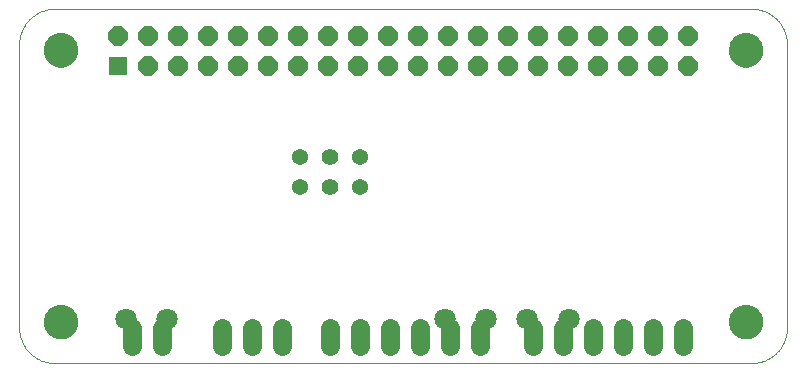
<source format=gbs>
G75*
%MOIN*%
%OFA0B0*%
%FSLAX25Y25*%
%IPPOS*%
%LPD*%
%AMOC8*
5,1,8,0,0,1.08239X$1,22.5*
%
%ADD10C,0.00000*%
%ADD11C,0.11424*%
%ADD12R,0.06400X0.06400*%
%ADD13OC8,0.06400*%
%ADD14C,0.07093*%
%ADD15C,0.06400*%
%ADD16C,0.05400*%
%ADD17C,0.05550*%
D10*
X0016811Y0006117D02*
X0249094Y0006117D01*
X0249379Y0006120D01*
X0249665Y0006131D01*
X0249950Y0006148D01*
X0250234Y0006172D01*
X0250518Y0006203D01*
X0250801Y0006241D01*
X0251082Y0006286D01*
X0251363Y0006337D01*
X0251643Y0006395D01*
X0251921Y0006460D01*
X0252197Y0006532D01*
X0252471Y0006610D01*
X0252744Y0006695D01*
X0253014Y0006787D01*
X0253282Y0006885D01*
X0253548Y0006989D01*
X0253811Y0007100D01*
X0254071Y0007217D01*
X0254329Y0007340D01*
X0254583Y0007470D01*
X0254834Y0007606D01*
X0255082Y0007747D01*
X0255326Y0007895D01*
X0255567Y0008048D01*
X0255803Y0008208D01*
X0256036Y0008373D01*
X0256265Y0008543D01*
X0256490Y0008719D01*
X0256710Y0008901D01*
X0256926Y0009087D01*
X0257137Y0009279D01*
X0257344Y0009476D01*
X0257546Y0009678D01*
X0257743Y0009885D01*
X0257935Y0010096D01*
X0258121Y0010312D01*
X0258303Y0010532D01*
X0258479Y0010757D01*
X0258649Y0010986D01*
X0258814Y0011219D01*
X0258974Y0011455D01*
X0259127Y0011696D01*
X0259275Y0011940D01*
X0259416Y0012188D01*
X0259552Y0012439D01*
X0259682Y0012693D01*
X0259805Y0012951D01*
X0259922Y0013211D01*
X0260033Y0013474D01*
X0260137Y0013740D01*
X0260235Y0014008D01*
X0260327Y0014278D01*
X0260412Y0014551D01*
X0260490Y0014825D01*
X0260562Y0015101D01*
X0260627Y0015379D01*
X0260685Y0015659D01*
X0260736Y0015940D01*
X0260781Y0016221D01*
X0260819Y0016504D01*
X0260850Y0016788D01*
X0260874Y0017072D01*
X0260891Y0017357D01*
X0260902Y0017643D01*
X0260905Y0017928D01*
X0260906Y0017928D02*
X0260906Y0112416D01*
X0260905Y0112416D02*
X0260902Y0112701D01*
X0260891Y0112987D01*
X0260874Y0113272D01*
X0260850Y0113556D01*
X0260819Y0113840D01*
X0260781Y0114123D01*
X0260736Y0114404D01*
X0260685Y0114685D01*
X0260627Y0114965D01*
X0260562Y0115243D01*
X0260490Y0115519D01*
X0260412Y0115793D01*
X0260327Y0116066D01*
X0260235Y0116336D01*
X0260137Y0116604D01*
X0260033Y0116870D01*
X0259922Y0117133D01*
X0259805Y0117393D01*
X0259682Y0117651D01*
X0259552Y0117905D01*
X0259416Y0118156D01*
X0259275Y0118404D01*
X0259127Y0118648D01*
X0258974Y0118889D01*
X0258814Y0119125D01*
X0258649Y0119358D01*
X0258479Y0119587D01*
X0258303Y0119812D01*
X0258121Y0120032D01*
X0257935Y0120248D01*
X0257743Y0120459D01*
X0257546Y0120666D01*
X0257344Y0120868D01*
X0257137Y0121065D01*
X0256926Y0121257D01*
X0256710Y0121443D01*
X0256490Y0121625D01*
X0256265Y0121801D01*
X0256036Y0121971D01*
X0255803Y0122136D01*
X0255567Y0122296D01*
X0255326Y0122449D01*
X0255082Y0122597D01*
X0254834Y0122738D01*
X0254583Y0122874D01*
X0254329Y0123004D01*
X0254071Y0123127D01*
X0253811Y0123244D01*
X0253548Y0123355D01*
X0253282Y0123459D01*
X0253014Y0123557D01*
X0252744Y0123649D01*
X0252471Y0123734D01*
X0252197Y0123812D01*
X0251921Y0123884D01*
X0251643Y0123949D01*
X0251363Y0124007D01*
X0251082Y0124058D01*
X0250801Y0124103D01*
X0250518Y0124141D01*
X0250234Y0124172D01*
X0249950Y0124196D01*
X0249665Y0124213D01*
X0249379Y0124224D01*
X0249094Y0124227D01*
X0016811Y0124227D01*
X0016526Y0124224D01*
X0016240Y0124213D01*
X0015955Y0124196D01*
X0015671Y0124172D01*
X0015387Y0124141D01*
X0015104Y0124103D01*
X0014823Y0124058D01*
X0014542Y0124007D01*
X0014262Y0123949D01*
X0013984Y0123884D01*
X0013708Y0123812D01*
X0013434Y0123734D01*
X0013161Y0123649D01*
X0012891Y0123557D01*
X0012623Y0123459D01*
X0012357Y0123355D01*
X0012094Y0123244D01*
X0011834Y0123127D01*
X0011576Y0123004D01*
X0011322Y0122874D01*
X0011071Y0122738D01*
X0010823Y0122597D01*
X0010579Y0122449D01*
X0010338Y0122296D01*
X0010102Y0122136D01*
X0009869Y0121971D01*
X0009640Y0121801D01*
X0009415Y0121625D01*
X0009195Y0121443D01*
X0008979Y0121257D01*
X0008768Y0121065D01*
X0008561Y0120868D01*
X0008359Y0120666D01*
X0008162Y0120459D01*
X0007970Y0120248D01*
X0007784Y0120032D01*
X0007602Y0119812D01*
X0007426Y0119587D01*
X0007256Y0119358D01*
X0007091Y0119125D01*
X0006931Y0118889D01*
X0006778Y0118648D01*
X0006630Y0118404D01*
X0006489Y0118156D01*
X0006353Y0117905D01*
X0006223Y0117651D01*
X0006100Y0117393D01*
X0005983Y0117133D01*
X0005872Y0116870D01*
X0005768Y0116604D01*
X0005670Y0116336D01*
X0005578Y0116066D01*
X0005493Y0115793D01*
X0005415Y0115519D01*
X0005343Y0115243D01*
X0005278Y0114965D01*
X0005220Y0114685D01*
X0005169Y0114404D01*
X0005124Y0114123D01*
X0005086Y0113840D01*
X0005055Y0113556D01*
X0005031Y0113272D01*
X0005014Y0112987D01*
X0005003Y0112701D01*
X0005000Y0112416D01*
X0005000Y0017928D01*
X0005003Y0017643D01*
X0005014Y0017357D01*
X0005031Y0017072D01*
X0005055Y0016788D01*
X0005086Y0016504D01*
X0005124Y0016221D01*
X0005169Y0015940D01*
X0005220Y0015659D01*
X0005278Y0015379D01*
X0005343Y0015101D01*
X0005415Y0014825D01*
X0005493Y0014551D01*
X0005578Y0014278D01*
X0005670Y0014008D01*
X0005768Y0013740D01*
X0005872Y0013474D01*
X0005983Y0013211D01*
X0006100Y0012951D01*
X0006223Y0012693D01*
X0006353Y0012439D01*
X0006489Y0012188D01*
X0006630Y0011940D01*
X0006778Y0011696D01*
X0006931Y0011455D01*
X0007091Y0011219D01*
X0007256Y0010986D01*
X0007426Y0010757D01*
X0007602Y0010532D01*
X0007784Y0010312D01*
X0007970Y0010096D01*
X0008162Y0009885D01*
X0008359Y0009678D01*
X0008561Y0009476D01*
X0008768Y0009279D01*
X0008979Y0009087D01*
X0009195Y0008901D01*
X0009415Y0008719D01*
X0009640Y0008543D01*
X0009869Y0008373D01*
X0010102Y0008208D01*
X0010338Y0008048D01*
X0010579Y0007895D01*
X0010823Y0007747D01*
X0011071Y0007606D01*
X0011322Y0007470D01*
X0011576Y0007340D01*
X0011834Y0007217D01*
X0012094Y0007100D01*
X0012357Y0006989D01*
X0012623Y0006885D01*
X0012891Y0006787D01*
X0013161Y0006695D01*
X0013434Y0006610D01*
X0013708Y0006532D01*
X0013984Y0006460D01*
X0014262Y0006395D01*
X0014542Y0006337D01*
X0014823Y0006286D01*
X0015104Y0006241D01*
X0015387Y0006203D01*
X0015671Y0006172D01*
X0015955Y0006148D01*
X0016240Y0006131D01*
X0016526Y0006120D01*
X0016811Y0006117D01*
X0013268Y0019896D02*
X0013270Y0020044D01*
X0013276Y0020192D01*
X0013286Y0020340D01*
X0013300Y0020487D01*
X0013318Y0020634D01*
X0013339Y0020780D01*
X0013365Y0020926D01*
X0013395Y0021071D01*
X0013428Y0021215D01*
X0013466Y0021358D01*
X0013507Y0021500D01*
X0013552Y0021641D01*
X0013600Y0021781D01*
X0013653Y0021920D01*
X0013709Y0022057D01*
X0013769Y0022192D01*
X0013832Y0022326D01*
X0013899Y0022458D01*
X0013970Y0022588D01*
X0014044Y0022716D01*
X0014121Y0022842D01*
X0014202Y0022966D01*
X0014286Y0023088D01*
X0014373Y0023207D01*
X0014464Y0023324D01*
X0014558Y0023439D01*
X0014654Y0023551D01*
X0014754Y0023661D01*
X0014856Y0023767D01*
X0014962Y0023871D01*
X0015070Y0023972D01*
X0015181Y0024070D01*
X0015294Y0024166D01*
X0015410Y0024258D01*
X0015528Y0024347D01*
X0015649Y0024432D01*
X0015772Y0024515D01*
X0015897Y0024594D01*
X0016024Y0024670D01*
X0016153Y0024742D01*
X0016284Y0024811D01*
X0016417Y0024876D01*
X0016552Y0024937D01*
X0016688Y0024995D01*
X0016825Y0025050D01*
X0016964Y0025100D01*
X0017105Y0025147D01*
X0017246Y0025190D01*
X0017389Y0025230D01*
X0017533Y0025265D01*
X0017677Y0025297D01*
X0017823Y0025324D01*
X0017969Y0025348D01*
X0018116Y0025368D01*
X0018263Y0025384D01*
X0018410Y0025396D01*
X0018558Y0025404D01*
X0018706Y0025408D01*
X0018854Y0025408D01*
X0019002Y0025404D01*
X0019150Y0025396D01*
X0019297Y0025384D01*
X0019444Y0025368D01*
X0019591Y0025348D01*
X0019737Y0025324D01*
X0019883Y0025297D01*
X0020027Y0025265D01*
X0020171Y0025230D01*
X0020314Y0025190D01*
X0020455Y0025147D01*
X0020596Y0025100D01*
X0020735Y0025050D01*
X0020872Y0024995D01*
X0021008Y0024937D01*
X0021143Y0024876D01*
X0021276Y0024811D01*
X0021407Y0024742D01*
X0021536Y0024670D01*
X0021663Y0024594D01*
X0021788Y0024515D01*
X0021911Y0024432D01*
X0022032Y0024347D01*
X0022150Y0024258D01*
X0022266Y0024166D01*
X0022379Y0024070D01*
X0022490Y0023972D01*
X0022598Y0023871D01*
X0022704Y0023767D01*
X0022806Y0023661D01*
X0022906Y0023551D01*
X0023002Y0023439D01*
X0023096Y0023324D01*
X0023187Y0023207D01*
X0023274Y0023088D01*
X0023358Y0022966D01*
X0023439Y0022842D01*
X0023516Y0022716D01*
X0023590Y0022588D01*
X0023661Y0022458D01*
X0023728Y0022326D01*
X0023791Y0022192D01*
X0023851Y0022057D01*
X0023907Y0021920D01*
X0023960Y0021781D01*
X0024008Y0021641D01*
X0024053Y0021500D01*
X0024094Y0021358D01*
X0024132Y0021215D01*
X0024165Y0021071D01*
X0024195Y0020926D01*
X0024221Y0020780D01*
X0024242Y0020634D01*
X0024260Y0020487D01*
X0024274Y0020340D01*
X0024284Y0020192D01*
X0024290Y0020044D01*
X0024292Y0019896D01*
X0024290Y0019748D01*
X0024284Y0019600D01*
X0024274Y0019452D01*
X0024260Y0019305D01*
X0024242Y0019158D01*
X0024221Y0019012D01*
X0024195Y0018866D01*
X0024165Y0018721D01*
X0024132Y0018577D01*
X0024094Y0018434D01*
X0024053Y0018292D01*
X0024008Y0018151D01*
X0023960Y0018011D01*
X0023907Y0017872D01*
X0023851Y0017735D01*
X0023791Y0017600D01*
X0023728Y0017466D01*
X0023661Y0017334D01*
X0023590Y0017204D01*
X0023516Y0017076D01*
X0023439Y0016950D01*
X0023358Y0016826D01*
X0023274Y0016704D01*
X0023187Y0016585D01*
X0023096Y0016468D01*
X0023002Y0016353D01*
X0022906Y0016241D01*
X0022806Y0016131D01*
X0022704Y0016025D01*
X0022598Y0015921D01*
X0022490Y0015820D01*
X0022379Y0015722D01*
X0022266Y0015626D01*
X0022150Y0015534D01*
X0022032Y0015445D01*
X0021911Y0015360D01*
X0021788Y0015277D01*
X0021663Y0015198D01*
X0021536Y0015122D01*
X0021407Y0015050D01*
X0021276Y0014981D01*
X0021143Y0014916D01*
X0021008Y0014855D01*
X0020872Y0014797D01*
X0020735Y0014742D01*
X0020596Y0014692D01*
X0020455Y0014645D01*
X0020314Y0014602D01*
X0020171Y0014562D01*
X0020027Y0014527D01*
X0019883Y0014495D01*
X0019737Y0014468D01*
X0019591Y0014444D01*
X0019444Y0014424D01*
X0019297Y0014408D01*
X0019150Y0014396D01*
X0019002Y0014388D01*
X0018854Y0014384D01*
X0018706Y0014384D01*
X0018558Y0014388D01*
X0018410Y0014396D01*
X0018263Y0014408D01*
X0018116Y0014424D01*
X0017969Y0014444D01*
X0017823Y0014468D01*
X0017677Y0014495D01*
X0017533Y0014527D01*
X0017389Y0014562D01*
X0017246Y0014602D01*
X0017105Y0014645D01*
X0016964Y0014692D01*
X0016825Y0014742D01*
X0016688Y0014797D01*
X0016552Y0014855D01*
X0016417Y0014916D01*
X0016284Y0014981D01*
X0016153Y0015050D01*
X0016024Y0015122D01*
X0015897Y0015198D01*
X0015772Y0015277D01*
X0015649Y0015360D01*
X0015528Y0015445D01*
X0015410Y0015534D01*
X0015294Y0015626D01*
X0015181Y0015722D01*
X0015070Y0015820D01*
X0014962Y0015921D01*
X0014856Y0016025D01*
X0014754Y0016131D01*
X0014654Y0016241D01*
X0014558Y0016353D01*
X0014464Y0016468D01*
X0014373Y0016585D01*
X0014286Y0016704D01*
X0014202Y0016826D01*
X0014121Y0016950D01*
X0014044Y0017076D01*
X0013970Y0017204D01*
X0013899Y0017334D01*
X0013832Y0017466D01*
X0013769Y0017600D01*
X0013709Y0017735D01*
X0013653Y0017872D01*
X0013600Y0018011D01*
X0013552Y0018151D01*
X0013507Y0018292D01*
X0013466Y0018434D01*
X0013428Y0018577D01*
X0013395Y0018721D01*
X0013365Y0018866D01*
X0013339Y0019012D01*
X0013318Y0019158D01*
X0013300Y0019305D01*
X0013286Y0019452D01*
X0013276Y0019600D01*
X0013270Y0019748D01*
X0013268Y0019896D01*
X0013268Y0110447D02*
X0013270Y0110595D01*
X0013276Y0110743D01*
X0013286Y0110891D01*
X0013300Y0111038D01*
X0013318Y0111185D01*
X0013339Y0111331D01*
X0013365Y0111477D01*
X0013395Y0111622D01*
X0013428Y0111766D01*
X0013466Y0111909D01*
X0013507Y0112051D01*
X0013552Y0112192D01*
X0013600Y0112332D01*
X0013653Y0112471D01*
X0013709Y0112608D01*
X0013769Y0112743D01*
X0013832Y0112877D01*
X0013899Y0113009D01*
X0013970Y0113139D01*
X0014044Y0113267D01*
X0014121Y0113393D01*
X0014202Y0113517D01*
X0014286Y0113639D01*
X0014373Y0113758D01*
X0014464Y0113875D01*
X0014558Y0113990D01*
X0014654Y0114102D01*
X0014754Y0114212D01*
X0014856Y0114318D01*
X0014962Y0114422D01*
X0015070Y0114523D01*
X0015181Y0114621D01*
X0015294Y0114717D01*
X0015410Y0114809D01*
X0015528Y0114898D01*
X0015649Y0114983D01*
X0015772Y0115066D01*
X0015897Y0115145D01*
X0016024Y0115221D01*
X0016153Y0115293D01*
X0016284Y0115362D01*
X0016417Y0115427D01*
X0016552Y0115488D01*
X0016688Y0115546D01*
X0016825Y0115601D01*
X0016964Y0115651D01*
X0017105Y0115698D01*
X0017246Y0115741D01*
X0017389Y0115781D01*
X0017533Y0115816D01*
X0017677Y0115848D01*
X0017823Y0115875D01*
X0017969Y0115899D01*
X0018116Y0115919D01*
X0018263Y0115935D01*
X0018410Y0115947D01*
X0018558Y0115955D01*
X0018706Y0115959D01*
X0018854Y0115959D01*
X0019002Y0115955D01*
X0019150Y0115947D01*
X0019297Y0115935D01*
X0019444Y0115919D01*
X0019591Y0115899D01*
X0019737Y0115875D01*
X0019883Y0115848D01*
X0020027Y0115816D01*
X0020171Y0115781D01*
X0020314Y0115741D01*
X0020455Y0115698D01*
X0020596Y0115651D01*
X0020735Y0115601D01*
X0020872Y0115546D01*
X0021008Y0115488D01*
X0021143Y0115427D01*
X0021276Y0115362D01*
X0021407Y0115293D01*
X0021536Y0115221D01*
X0021663Y0115145D01*
X0021788Y0115066D01*
X0021911Y0114983D01*
X0022032Y0114898D01*
X0022150Y0114809D01*
X0022266Y0114717D01*
X0022379Y0114621D01*
X0022490Y0114523D01*
X0022598Y0114422D01*
X0022704Y0114318D01*
X0022806Y0114212D01*
X0022906Y0114102D01*
X0023002Y0113990D01*
X0023096Y0113875D01*
X0023187Y0113758D01*
X0023274Y0113639D01*
X0023358Y0113517D01*
X0023439Y0113393D01*
X0023516Y0113267D01*
X0023590Y0113139D01*
X0023661Y0113009D01*
X0023728Y0112877D01*
X0023791Y0112743D01*
X0023851Y0112608D01*
X0023907Y0112471D01*
X0023960Y0112332D01*
X0024008Y0112192D01*
X0024053Y0112051D01*
X0024094Y0111909D01*
X0024132Y0111766D01*
X0024165Y0111622D01*
X0024195Y0111477D01*
X0024221Y0111331D01*
X0024242Y0111185D01*
X0024260Y0111038D01*
X0024274Y0110891D01*
X0024284Y0110743D01*
X0024290Y0110595D01*
X0024292Y0110447D01*
X0024290Y0110299D01*
X0024284Y0110151D01*
X0024274Y0110003D01*
X0024260Y0109856D01*
X0024242Y0109709D01*
X0024221Y0109563D01*
X0024195Y0109417D01*
X0024165Y0109272D01*
X0024132Y0109128D01*
X0024094Y0108985D01*
X0024053Y0108843D01*
X0024008Y0108702D01*
X0023960Y0108562D01*
X0023907Y0108423D01*
X0023851Y0108286D01*
X0023791Y0108151D01*
X0023728Y0108017D01*
X0023661Y0107885D01*
X0023590Y0107755D01*
X0023516Y0107627D01*
X0023439Y0107501D01*
X0023358Y0107377D01*
X0023274Y0107255D01*
X0023187Y0107136D01*
X0023096Y0107019D01*
X0023002Y0106904D01*
X0022906Y0106792D01*
X0022806Y0106682D01*
X0022704Y0106576D01*
X0022598Y0106472D01*
X0022490Y0106371D01*
X0022379Y0106273D01*
X0022266Y0106177D01*
X0022150Y0106085D01*
X0022032Y0105996D01*
X0021911Y0105911D01*
X0021788Y0105828D01*
X0021663Y0105749D01*
X0021536Y0105673D01*
X0021407Y0105601D01*
X0021276Y0105532D01*
X0021143Y0105467D01*
X0021008Y0105406D01*
X0020872Y0105348D01*
X0020735Y0105293D01*
X0020596Y0105243D01*
X0020455Y0105196D01*
X0020314Y0105153D01*
X0020171Y0105113D01*
X0020027Y0105078D01*
X0019883Y0105046D01*
X0019737Y0105019D01*
X0019591Y0104995D01*
X0019444Y0104975D01*
X0019297Y0104959D01*
X0019150Y0104947D01*
X0019002Y0104939D01*
X0018854Y0104935D01*
X0018706Y0104935D01*
X0018558Y0104939D01*
X0018410Y0104947D01*
X0018263Y0104959D01*
X0018116Y0104975D01*
X0017969Y0104995D01*
X0017823Y0105019D01*
X0017677Y0105046D01*
X0017533Y0105078D01*
X0017389Y0105113D01*
X0017246Y0105153D01*
X0017105Y0105196D01*
X0016964Y0105243D01*
X0016825Y0105293D01*
X0016688Y0105348D01*
X0016552Y0105406D01*
X0016417Y0105467D01*
X0016284Y0105532D01*
X0016153Y0105601D01*
X0016024Y0105673D01*
X0015897Y0105749D01*
X0015772Y0105828D01*
X0015649Y0105911D01*
X0015528Y0105996D01*
X0015410Y0106085D01*
X0015294Y0106177D01*
X0015181Y0106273D01*
X0015070Y0106371D01*
X0014962Y0106472D01*
X0014856Y0106576D01*
X0014754Y0106682D01*
X0014654Y0106792D01*
X0014558Y0106904D01*
X0014464Y0107019D01*
X0014373Y0107136D01*
X0014286Y0107255D01*
X0014202Y0107377D01*
X0014121Y0107501D01*
X0014044Y0107627D01*
X0013970Y0107755D01*
X0013899Y0107885D01*
X0013832Y0108017D01*
X0013769Y0108151D01*
X0013709Y0108286D01*
X0013653Y0108423D01*
X0013600Y0108562D01*
X0013552Y0108702D01*
X0013507Y0108843D01*
X0013466Y0108985D01*
X0013428Y0109128D01*
X0013395Y0109272D01*
X0013365Y0109417D01*
X0013339Y0109563D01*
X0013318Y0109709D01*
X0013300Y0109856D01*
X0013286Y0110003D01*
X0013276Y0110151D01*
X0013270Y0110299D01*
X0013268Y0110447D01*
X0241614Y0110447D02*
X0241616Y0110595D01*
X0241622Y0110743D01*
X0241632Y0110891D01*
X0241646Y0111038D01*
X0241664Y0111185D01*
X0241685Y0111331D01*
X0241711Y0111477D01*
X0241741Y0111622D01*
X0241774Y0111766D01*
X0241812Y0111909D01*
X0241853Y0112051D01*
X0241898Y0112192D01*
X0241946Y0112332D01*
X0241999Y0112471D01*
X0242055Y0112608D01*
X0242115Y0112743D01*
X0242178Y0112877D01*
X0242245Y0113009D01*
X0242316Y0113139D01*
X0242390Y0113267D01*
X0242467Y0113393D01*
X0242548Y0113517D01*
X0242632Y0113639D01*
X0242719Y0113758D01*
X0242810Y0113875D01*
X0242904Y0113990D01*
X0243000Y0114102D01*
X0243100Y0114212D01*
X0243202Y0114318D01*
X0243308Y0114422D01*
X0243416Y0114523D01*
X0243527Y0114621D01*
X0243640Y0114717D01*
X0243756Y0114809D01*
X0243874Y0114898D01*
X0243995Y0114983D01*
X0244118Y0115066D01*
X0244243Y0115145D01*
X0244370Y0115221D01*
X0244499Y0115293D01*
X0244630Y0115362D01*
X0244763Y0115427D01*
X0244898Y0115488D01*
X0245034Y0115546D01*
X0245171Y0115601D01*
X0245310Y0115651D01*
X0245451Y0115698D01*
X0245592Y0115741D01*
X0245735Y0115781D01*
X0245879Y0115816D01*
X0246023Y0115848D01*
X0246169Y0115875D01*
X0246315Y0115899D01*
X0246462Y0115919D01*
X0246609Y0115935D01*
X0246756Y0115947D01*
X0246904Y0115955D01*
X0247052Y0115959D01*
X0247200Y0115959D01*
X0247348Y0115955D01*
X0247496Y0115947D01*
X0247643Y0115935D01*
X0247790Y0115919D01*
X0247937Y0115899D01*
X0248083Y0115875D01*
X0248229Y0115848D01*
X0248373Y0115816D01*
X0248517Y0115781D01*
X0248660Y0115741D01*
X0248801Y0115698D01*
X0248942Y0115651D01*
X0249081Y0115601D01*
X0249218Y0115546D01*
X0249354Y0115488D01*
X0249489Y0115427D01*
X0249622Y0115362D01*
X0249753Y0115293D01*
X0249882Y0115221D01*
X0250009Y0115145D01*
X0250134Y0115066D01*
X0250257Y0114983D01*
X0250378Y0114898D01*
X0250496Y0114809D01*
X0250612Y0114717D01*
X0250725Y0114621D01*
X0250836Y0114523D01*
X0250944Y0114422D01*
X0251050Y0114318D01*
X0251152Y0114212D01*
X0251252Y0114102D01*
X0251348Y0113990D01*
X0251442Y0113875D01*
X0251533Y0113758D01*
X0251620Y0113639D01*
X0251704Y0113517D01*
X0251785Y0113393D01*
X0251862Y0113267D01*
X0251936Y0113139D01*
X0252007Y0113009D01*
X0252074Y0112877D01*
X0252137Y0112743D01*
X0252197Y0112608D01*
X0252253Y0112471D01*
X0252306Y0112332D01*
X0252354Y0112192D01*
X0252399Y0112051D01*
X0252440Y0111909D01*
X0252478Y0111766D01*
X0252511Y0111622D01*
X0252541Y0111477D01*
X0252567Y0111331D01*
X0252588Y0111185D01*
X0252606Y0111038D01*
X0252620Y0110891D01*
X0252630Y0110743D01*
X0252636Y0110595D01*
X0252638Y0110447D01*
X0252636Y0110299D01*
X0252630Y0110151D01*
X0252620Y0110003D01*
X0252606Y0109856D01*
X0252588Y0109709D01*
X0252567Y0109563D01*
X0252541Y0109417D01*
X0252511Y0109272D01*
X0252478Y0109128D01*
X0252440Y0108985D01*
X0252399Y0108843D01*
X0252354Y0108702D01*
X0252306Y0108562D01*
X0252253Y0108423D01*
X0252197Y0108286D01*
X0252137Y0108151D01*
X0252074Y0108017D01*
X0252007Y0107885D01*
X0251936Y0107755D01*
X0251862Y0107627D01*
X0251785Y0107501D01*
X0251704Y0107377D01*
X0251620Y0107255D01*
X0251533Y0107136D01*
X0251442Y0107019D01*
X0251348Y0106904D01*
X0251252Y0106792D01*
X0251152Y0106682D01*
X0251050Y0106576D01*
X0250944Y0106472D01*
X0250836Y0106371D01*
X0250725Y0106273D01*
X0250612Y0106177D01*
X0250496Y0106085D01*
X0250378Y0105996D01*
X0250257Y0105911D01*
X0250134Y0105828D01*
X0250009Y0105749D01*
X0249882Y0105673D01*
X0249753Y0105601D01*
X0249622Y0105532D01*
X0249489Y0105467D01*
X0249354Y0105406D01*
X0249218Y0105348D01*
X0249081Y0105293D01*
X0248942Y0105243D01*
X0248801Y0105196D01*
X0248660Y0105153D01*
X0248517Y0105113D01*
X0248373Y0105078D01*
X0248229Y0105046D01*
X0248083Y0105019D01*
X0247937Y0104995D01*
X0247790Y0104975D01*
X0247643Y0104959D01*
X0247496Y0104947D01*
X0247348Y0104939D01*
X0247200Y0104935D01*
X0247052Y0104935D01*
X0246904Y0104939D01*
X0246756Y0104947D01*
X0246609Y0104959D01*
X0246462Y0104975D01*
X0246315Y0104995D01*
X0246169Y0105019D01*
X0246023Y0105046D01*
X0245879Y0105078D01*
X0245735Y0105113D01*
X0245592Y0105153D01*
X0245451Y0105196D01*
X0245310Y0105243D01*
X0245171Y0105293D01*
X0245034Y0105348D01*
X0244898Y0105406D01*
X0244763Y0105467D01*
X0244630Y0105532D01*
X0244499Y0105601D01*
X0244370Y0105673D01*
X0244243Y0105749D01*
X0244118Y0105828D01*
X0243995Y0105911D01*
X0243874Y0105996D01*
X0243756Y0106085D01*
X0243640Y0106177D01*
X0243527Y0106273D01*
X0243416Y0106371D01*
X0243308Y0106472D01*
X0243202Y0106576D01*
X0243100Y0106682D01*
X0243000Y0106792D01*
X0242904Y0106904D01*
X0242810Y0107019D01*
X0242719Y0107136D01*
X0242632Y0107255D01*
X0242548Y0107377D01*
X0242467Y0107501D01*
X0242390Y0107627D01*
X0242316Y0107755D01*
X0242245Y0107885D01*
X0242178Y0108017D01*
X0242115Y0108151D01*
X0242055Y0108286D01*
X0241999Y0108423D01*
X0241946Y0108562D01*
X0241898Y0108702D01*
X0241853Y0108843D01*
X0241812Y0108985D01*
X0241774Y0109128D01*
X0241741Y0109272D01*
X0241711Y0109417D01*
X0241685Y0109563D01*
X0241664Y0109709D01*
X0241646Y0109856D01*
X0241632Y0110003D01*
X0241622Y0110151D01*
X0241616Y0110299D01*
X0241614Y0110447D01*
X0241614Y0019896D02*
X0241616Y0020044D01*
X0241622Y0020192D01*
X0241632Y0020340D01*
X0241646Y0020487D01*
X0241664Y0020634D01*
X0241685Y0020780D01*
X0241711Y0020926D01*
X0241741Y0021071D01*
X0241774Y0021215D01*
X0241812Y0021358D01*
X0241853Y0021500D01*
X0241898Y0021641D01*
X0241946Y0021781D01*
X0241999Y0021920D01*
X0242055Y0022057D01*
X0242115Y0022192D01*
X0242178Y0022326D01*
X0242245Y0022458D01*
X0242316Y0022588D01*
X0242390Y0022716D01*
X0242467Y0022842D01*
X0242548Y0022966D01*
X0242632Y0023088D01*
X0242719Y0023207D01*
X0242810Y0023324D01*
X0242904Y0023439D01*
X0243000Y0023551D01*
X0243100Y0023661D01*
X0243202Y0023767D01*
X0243308Y0023871D01*
X0243416Y0023972D01*
X0243527Y0024070D01*
X0243640Y0024166D01*
X0243756Y0024258D01*
X0243874Y0024347D01*
X0243995Y0024432D01*
X0244118Y0024515D01*
X0244243Y0024594D01*
X0244370Y0024670D01*
X0244499Y0024742D01*
X0244630Y0024811D01*
X0244763Y0024876D01*
X0244898Y0024937D01*
X0245034Y0024995D01*
X0245171Y0025050D01*
X0245310Y0025100D01*
X0245451Y0025147D01*
X0245592Y0025190D01*
X0245735Y0025230D01*
X0245879Y0025265D01*
X0246023Y0025297D01*
X0246169Y0025324D01*
X0246315Y0025348D01*
X0246462Y0025368D01*
X0246609Y0025384D01*
X0246756Y0025396D01*
X0246904Y0025404D01*
X0247052Y0025408D01*
X0247200Y0025408D01*
X0247348Y0025404D01*
X0247496Y0025396D01*
X0247643Y0025384D01*
X0247790Y0025368D01*
X0247937Y0025348D01*
X0248083Y0025324D01*
X0248229Y0025297D01*
X0248373Y0025265D01*
X0248517Y0025230D01*
X0248660Y0025190D01*
X0248801Y0025147D01*
X0248942Y0025100D01*
X0249081Y0025050D01*
X0249218Y0024995D01*
X0249354Y0024937D01*
X0249489Y0024876D01*
X0249622Y0024811D01*
X0249753Y0024742D01*
X0249882Y0024670D01*
X0250009Y0024594D01*
X0250134Y0024515D01*
X0250257Y0024432D01*
X0250378Y0024347D01*
X0250496Y0024258D01*
X0250612Y0024166D01*
X0250725Y0024070D01*
X0250836Y0023972D01*
X0250944Y0023871D01*
X0251050Y0023767D01*
X0251152Y0023661D01*
X0251252Y0023551D01*
X0251348Y0023439D01*
X0251442Y0023324D01*
X0251533Y0023207D01*
X0251620Y0023088D01*
X0251704Y0022966D01*
X0251785Y0022842D01*
X0251862Y0022716D01*
X0251936Y0022588D01*
X0252007Y0022458D01*
X0252074Y0022326D01*
X0252137Y0022192D01*
X0252197Y0022057D01*
X0252253Y0021920D01*
X0252306Y0021781D01*
X0252354Y0021641D01*
X0252399Y0021500D01*
X0252440Y0021358D01*
X0252478Y0021215D01*
X0252511Y0021071D01*
X0252541Y0020926D01*
X0252567Y0020780D01*
X0252588Y0020634D01*
X0252606Y0020487D01*
X0252620Y0020340D01*
X0252630Y0020192D01*
X0252636Y0020044D01*
X0252638Y0019896D01*
X0252636Y0019748D01*
X0252630Y0019600D01*
X0252620Y0019452D01*
X0252606Y0019305D01*
X0252588Y0019158D01*
X0252567Y0019012D01*
X0252541Y0018866D01*
X0252511Y0018721D01*
X0252478Y0018577D01*
X0252440Y0018434D01*
X0252399Y0018292D01*
X0252354Y0018151D01*
X0252306Y0018011D01*
X0252253Y0017872D01*
X0252197Y0017735D01*
X0252137Y0017600D01*
X0252074Y0017466D01*
X0252007Y0017334D01*
X0251936Y0017204D01*
X0251862Y0017076D01*
X0251785Y0016950D01*
X0251704Y0016826D01*
X0251620Y0016704D01*
X0251533Y0016585D01*
X0251442Y0016468D01*
X0251348Y0016353D01*
X0251252Y0016241D01*
X0251152Y0016131D01*
X0251050Y0016025D01*
X0250944Y0015921D01*
X0250836Y0015820D01*
X0250725Y0015722D01*
X0250612Y0015626D01*
X0250496Y0015534D01*
X0250378Y0015445D01*
X0250257Y0015360D01*
X0250134Y0015277D01*
X0250009Y0015198D01*
X0249882Y0015122D01*
X0249753Y0015050D01*
X0249622Y0014981D01*
X0249489Y0014916D01*
X0249354Y0014855D01*
X0249218Y0014797D01*
X0249081Y0014742D01*
X0248942Y0014692D01*
X0248801Y0014645D01*
X0248660Y0014602D01*
X0248517Y0014562D01*
X0248373Y0014527D01*
X0248229Y0014495D01*
X0248083Y0014468D01*
X0247937Y0014444D01*
X0247790Y0014424D01*
X0247643Y0014408D01*
X0247496Y0014396D01*
X0247348Y0014388D01*
X0247200Y0014384D01*
X0247052Y0014384D01*
X0246904Y0014388D01*
X0246756Y0014396D01*
X0246609Y0014408D01*
X0246462Y0014424D01*
X0246315Y0014444D01*
X0246169Y0014468D01*
X0246023Y0014495D01*
X0245879Y0014527D01*
X0245735Y0014562D01*
X0245592Y0014602D01*
X0245451Y0014645D01*
X0245310Y0014692D01*
X0245171Y0014742D01*
X0245034Y0014797D01*
X0244898Y0014855D01*
X0244763Y0014916D01*
X0244630Y0014981D01*
X0244499Y0015050D01*
X0244370Y0015122D01*
X0244243Y0015198D01*
X0244118Y0015277D01*
X0243995Y0015360D01*
X0243874Y0015445D01*
X0243756Y0015534D01*
X0243640Y0015626D01*
X0243527Y0015722D01*
X0243416Y0015820D01*
X0243308Y0015921D01*
X0243202Y0016025D01*
X0243100Y0016131D01*
X0243000Y0016241D01*
X0242904Y0016353D01*
X0242810Y0016468D01*
X0242719Y0016585D01*
X0242632Y0016704D01*
X0242548Y0016826D01*
X0242467Y0016950D01*
X0242390Y0017076D01*
X0242316Y0017204D01*
X0242245Y0017334D01*
X0242178Y0017466D01*
X0242115Y0017600D01*
X0242055Y0017735D01*
X0241999Y0017872D01*
X0241946Y0018011D01*
X0241898Y0018151D01*
X0241853Y0018292D01*
X0241812Y0018434D01*
X0241774Y0018577D01*
X0241741Y0018721D01*
X0241711Y0018866D01*
X0241685Y0019012D01*
X0241664Y0019158D01*
X0241646Y0019305D01*
X0241632Y0019452D01*
X0241622Y0019600D01*
X0241616Y0019748D01*
X0241614Y0019896D01*
D11*
X0247126Y0019896D03*
X0247126Y0110447D03*
X0018780Y0110447D03*
X0018780Y0019896D03*
D12*
X0037835Y0105132D03*
D13*
X0047835Y0105132D03*
X0057835Y0105132D03*
X0067835Y0105132D03*
X0077835Y0105132D03*
X0087835Y0105132D03*
X0097835Y0105132D03*
X0107835Y0105132D03*
X0117835Y0105132D03*
X0127835Y0105132D03*
X0137835Y0105132D03*
X0147835Y0105132D03*
X0157835Y0105132D03*
X0167835Y0105132D03*
X0177835Y0105132D03*
X0187835Y0105132D03*
X0197835Y0105132D03*
X0207835Y0105132D03*
X0217835Y0105132D03*
X0227835Y0105132D03*
X0227835Y0115132D03*
X0217835Y0115132D03*
X0207835Y0115132D03*
X0197835Y0115132D03*
X0187835Y0115132D03*
X0177835Y0115132D03*
X0167835Y0115132D03*
X0157835Y0115132D03*
X0147835Y0115132D03*
X0137835Y0115132D03*
X0127835Y0115132D03*
X0117835Y0115132D03*
X0107835Y0115132D03*
X0097835Y0115132D03*
X0087835Y0115132D03*
X0077835Y0115132D03*
X0067835Y0115132D03*
X0057835Y0115132D03*
X0047835Y0115132D03*
X0037835Y0115132D03*
D14*
X0040610Y0020723D03*
X0054390Y0020723D03*
X0146831Y0020723D03*
X0160610Y0020723D03*
X0174390Y0020723D03*
X0188169Y0020723D03*
D15*
X0186250Y0017867D02*
X0186250Y0011867D01*
X0176250Y0011867D02*
X0176250Y0017867D01*
X0158750Y0017867D02*
X0158750Y0011867D01*
X0148750Y0011867D02*
X0148750Y0017867D01*
X0138750Y0017867D02*
X0138750Y0011867D01*
X0128750Y0011867D02*
X0128750Y0017867D01*
X0118750Y0017867D02*
X0118750Y0011867D01*
X0108750Y0011867D02*
X0108750Y0017867D01*
X0092500Y0017867D02*
X0092500Y0011867D01*
X0082500Y0011867D02*
X0082500Y0017867D01*
X0072500Y0017867D02*
X0072500Y0011867D01*
X0052500Y0011867D02*
X0052500Y0017867D01*
X0042500Y0017867D02*
X0042500Y0011867D01*
X0196250Y0011867D02*
X0196250Y0017867D01*
X0206250Y0017867D02*
X0206250Y0011867D01*
X0216250Y0011867D02*
X0216250Y0017867D01*
X0226250Y0017867D02*
X0226250Y0011867D01*
D16*
X0118750Y0064867D03*
X0118750Y0074867D03*
X0098750Y0074867D03*
X0098750Y0064867D03*
D17*
X0108750Y0064867D03*
X0108750Y0074867D03*
M02*

</source>
